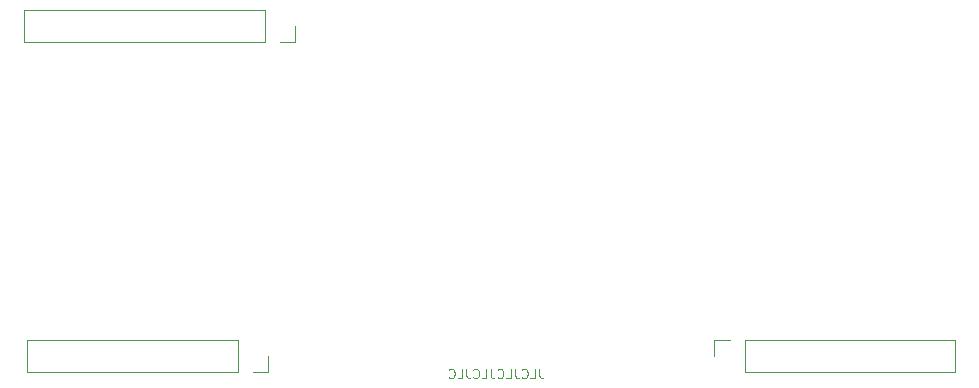
<source format=gbr>
%TF.GenerationSoftware,KiCad,Pcbnew,(5.1.10-1-10_14)*%
%TF.CreationDate,2021-10-28T11:05:28-04:00*%
%TF.ProjectId,ALU-smd,414c552d-736d-4642-9e6b-696361645f70,rev?*%
%TF.SameCoordinates,Original*%
%TF.FileFunction,Legend,Bot*%
%TF.FilePolarity,Positive*%
%FSLAX46Y46*%
G04 Gerber Fmt 4.6, Leading zero omitted, Abs format (unit mm)*
G04 Created by KiCad (PCBNEW (5.1.10-1-10_14)) date 2021-10-28 11:05:28*
%MOMM*%
%LPD*%
G01*
G04 APERTURE LIST*
%ADD10C,0.100000*%
%ADD11C,0.120000*%
G04 APERTURE END LIST*
D10*
X118503238Y-162883904D02*
X118503238Y-163455333D01*
X118541333Y-163569619D01*
X118617523Y-163645809D01*
X118731809Y-163683904D01*
X118808000Y-163683904D01*
X117741333Y-163683904D02*
X118122285Y-163683904D01*
X118122285Y-162883904D01*
X117017523Y-163607714D02*
X117055619Y-163645809D01*
X117169904Y-163683904D01*
X117246095Y-163683904D01*
X117360380Y-163645809D01*
X117436571Y-163569619D01*
X117474666Y-163493428D01*
X117512761Y-163341047D01*
X117512761Y-163226761D01*
X117474666Y-163074380D01*
X117436571Y-162998190D01*
X117360380Y-162922000D01*
X117246095Y-162883904D01*
X117169904Y-162883904D01*
X117055619Y-162922000D01*
X117017523Y-162960095D01*
X116446095Y-162883904D02*
X116446095Y-163455333D01*
X116484190Y-163569619D01*
X116560380Y-163645809D01*
X116674666Y-163683904D01*
X116750857Y-163683904D01*
X115684190Y-163683904D02*
X116065142Y-163683904D01*
X116065142Y-162883904D01*
X114960380Y-163607714D02*
X114998476Y-163645809D01*
X115112761Y-163683904D01*
X115188952Y-163683904D01*
X115303238Y-163645809D01*
X115379428Y-163569619D01*
X115417523Y-163493428D01*
X115455619Y-163341047D01*
X115455619Y-163226761D01*
X115417523Y-163074380D01*
X115379428Y-162998190D01*
X115303238Y-162922000D01*
X115188952Y-162883904D01*
X115112761Y-162883904D01*
X114998476Y-162922000D01*
X114960380Y-162960095D01*
X114388952Y-162883904D02*
X114388952Y-163455333D01*
X114427047Y-163569619D01*
X114503238Y-163645809D01*
X114617523Y-163683904D01*
X114693714Y-163683904D01*
X113627047Y-163683904D02*
X114008000Y-163683904D01*
X114008000Y-162883904D01*
X112903238Y-163607714D02*
X112941333Y-163645809D01*
X113055619Y-163683904D01*
X113131809Y-163683904D01*
X113246095Y-163645809D01*
X113322285Y-163569619D01*
X113360380Y-163493428D01*
X113398476Y-163341047D01*
X113398476Y-163226761D01*
X113360380Y-163074380D01*
X113322285Y-162998190D01*
X113246095Y-162922000D01*
X113131809Y-162883904D01*
X113055619Y-162883904D01*
X112941333Y-162922000D01*
X112903238Y-162960095D01*
X112331809Y-162883904D02*
X112331809Y-163455333D01*
X112369904Y-163569619D01*
X112446095Y-163645809D01*
X112560380Y-163683904D01*
X112636571Y-163683904D01*
X111569904Y-163683904D02*
X111950857Y-163683904D01*
X111950857Y-162883904D01*
X110846095Y-163607714D02*
X110884190Y-163645809D01*
X110998476Y-163683904D01*
X111074666Y-163683904D01*
X111188952Y-163645809D01*
X111265142Y-163569619D01*
X111303238Y-163493428D01*
X111341333Y-163341047D01*
X111341333Y-163226761D01*
X111303238Y-163074380D01*
X111265142Y-162998190D01*
X111188952Y-162922000D01*
X111074666Y-162883904D01*
X110998476Y-162883904D01*
X110884190Y-162922000D01*
X110846095Y-162960095D01*
D11*
%TO.C,J3*%
X75124000Y-163128000D02*
X75124000Y-160468000D01*
X92964000Y-163128000D02*
X75124000Y-163128000D01*
X92964000Y-160468000D02*
X75124000Y-160468000D01*
X92964000Y-163128000D02*
X92964000Y-160468000D01*
X94234000Y-163128000D02*
X95564000Y-163128000D01*
X95564000Y-163128000D02*
X95564000Y-161798000D01*
%TO.C,J1*%
X74870000Y-135188000D02*
X74870000Y-132528000D01*
X95250000Y-135188000D02*
X74870000Y-135188000D01*
X95250000Y-132528000D02*
X74870000Y-132528000D01*
X95250000Y-135188000D02*
X95250000Y-132528000D01*
X96520000Y-135188000D02*
X97850000Y-135188000D01*
X97850000Y-135188000D02*
X97850000Y-133858000D01*
%TO.C,J2*%
X133290000Y-160468000D02*
X133290000Y-161798000D01*
X134620000Y-160468000D02*
X133290000Y-160468000D01*
X135890000Y-160468000D02*
X135890000Y-163128000D01*
X135890000Y-163128000D02*
X153730000Y-163128000D01*
X135890000Y-160468000D02*
X153730000Y-160468000D01*
X153730000Y-160468000D02*
X153730000Y-163128000D01*
%TD*%
M02*

</source>
